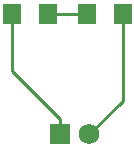
<source format=gbr>
G04 #@! TF.FileFunction,Copper,L1,Top,Signal*
%FSLAX46Y46*%
G04 Gerber Fmt 4.6, Leading zero omitted, Abs format (unit mm)*
G04 Created by KiCad (PCBNEW 4.0.6-e0-6349~53~ubuntu14.04.1) date Tue May 30 21:44:38 2017*
%MOMM*%
%LPD*%
G01*
G04 APERTURE LIST*
%ADD10C,0.100000*%
%ADD11R,1.750000X1.750000*%
%ADD12C,1.750000*%
%ADD13R,1.500000X1.800000*%
%ADD14C,0.250000*%
G04 APERTURE END LIST*
D10*
D11*
X147320000Y-113030000D03*
D12*
X149820000Y-113030000D03*
D13*
X143280000Y-102870000D03*
X146280000Y-102870000D03*
X149630000Y-102870000D03*
X152630000Y-102870000D03*
D14*
X143280000Y-102870000D02*
X143280000Y-107720000D01*
X147320000Y-111760000D02*
X147320000Y-113030000D01*
X143280000Y-107720000D02*
X147320000Y-111760000D01*
X152630000Y-102870000D02*
X152630000Y-110220000D01*
X152630000Y-110220000D02*
X149820000Y-113030000D01*
X146280000Y-102870000D02*
X149630000Y-102870000D01*
M02*

</source>
